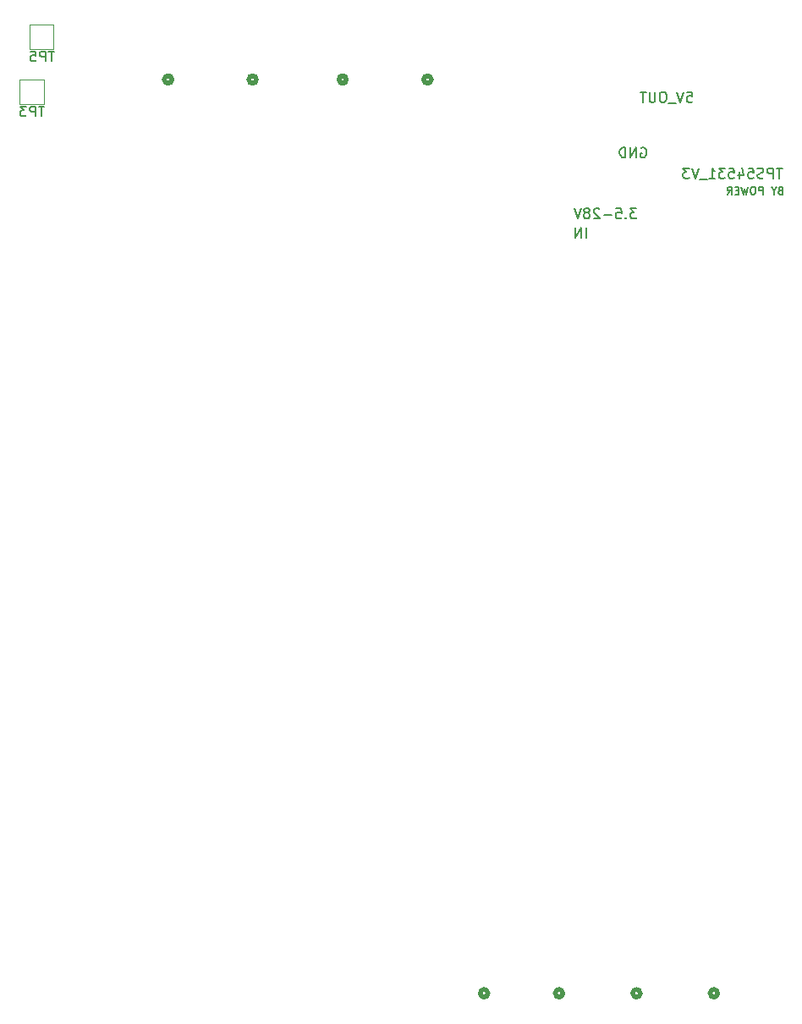
<source format=gbr>
%TF.GenerationSoftware,KiCad,Pcbnew,9.0.3*%
%TF.CreationDate,2025-08-24T22:17:20-04:00*%
%TF.ProjectId,libreboard,6c696272-6562-46f6-9172-642e6b696361,rev?*%
%TF.SameCoordinates,Original*%
%TF.FileFunction,Legend,Bot*%
%TF.FilePolarity,Positive*%
%FSLAX46Y46*%
G04 Gerber Fmt 4.6, Leading zero omitted, Abs format (unit mm)*
G04 Created by KiCad (PCBNEW 9.0.3) date 2025-08-24 22:17:20*
%MOMM*%
%LPD*%
G01*
G04 APERTURE LIST*
%ADD10C,0.152400*%
%ADD11C,0.127000*%
%ADD12C,0.150000*%
%ADD13C,0.508000*%
%ADD14C,0.120000*%
G04 APERTURE END LIST*
D10*
X189308319Y-96344565D02*
X188727747Y-96344565D01*
X189018033Y-97360565D02*
X189018033Y-96344565D01*
X188389081Y-97360565D02*
X188389081Y-96344565D01*
X188389081Y-96344565D02*
X188002033Y-96344565D01*
X188002033Y-96344565D02*
X187905271Y-96392946D01*
X187905271Y-96392946D02*
X187856890Y-96441327D01*
X187856890Y-96441327D02*
X187808509Y-96538089D01*
X187808509Y-96538089D02*
X187808509Y-96683232D01*
X187808509Y-96683232D02*
X187856890Y-96779994D01*
X187856890Y-96779994D02*
X187905271Y-96828375D01*
X187905271Y-96828375D02*
X188002033Y-96876756D01*
X188002033Y-96876756D02*
X188389081Y-96876756D01*
X187421462Y-97312185D02*
X187276319Y-97360565D01*
X187276319Y-97360565D02*
X187034414Y-97360565D01*
X187034414Y-97360565D02*
X186937652Y-97312185D01*
X186937652Y-97312185D02*
X186889271Y-97263804D01*
X186889271Y-97263804D02*
X186840890Y-97167042D01*
X186840890Y-97167042D02*
X186840890Y-97070280D01*
X186840890Y-97070280D02*
X186889271Y-96973518D01*
X186889271Y-96973518D02*
X186937652Y-96925137D01*
X186937652Y-96925137D02*
X187034414Y-96876756D01*
X187034414Y-96876756D02*
X187227938Y-96828375D01*
X187227938Y-96828375D02*
X187324700Y-96779994D01*
X187324700Y-96779994D02*
X187373081Y-96731613D01*
X187373081Y-96731613D02*
X187421462Y-96634851D01*
X187421462Y-96634851D02*
X187421462Y-96538089D01*
X187421462Y-96538089D02*
X187373081Y-96441327D01*
X187373081Y-96441327D02*
X187324700Y-96392946D01*
X187324700Y-96392946D02*
X187227938Y-96344565D01*
X187227938Y-96344565D02*
X186986033Y-96344565D01*
X186986033Y-96344565D02*
X186840890Y-96392946D01*
X185921652Y-96344565D02*
X186405462Y-96344565D01*
X186405462Y-96344565D02*
X186453843Y-96828375D01*
X186453843Y-96828375D02*
X186405462Y-96779994D01*
X186405462Y-96779994D02*
X186308700Y-96731613D01*
X186308700Y-96731613D02*
X186066795Y-96731613D01*
X186066795Y-96731613D02*
X185970033Y-96779994D01*
X185970033Y-96779994D02*
X185921652Y-96828375D01*
X185921652Y-96828375D02*
X185873271Y-96925137D01*
X185873271Y-96925137D02*
X185873271Y-97167042D01*
X185873271Y-97167042D02*
X185921652Y-97263804D01*
X185921652Y-97263804D02*
X185970033Y-97312185D01*
X185970033Y-97312185D02*
X186066795Y-97360565D01*
X186066795Y-97360565D02*
X186308700Y-97360565D01*
X186308700Y-97360565D02*
X186405462Y-97312185D01*
X186405462Y-97312185D02*
X186453843Y-97263804D01*
X185002414Y-96683232D02*
X185002414Y-97360565D01*
X185244319Y-96296185D02*
X185486224Y-97021899D01*
X185486224Y-97021899D02*
X184857271Y-97021899D01*
X183986414Y-96344565D02*
X184470224Y-96344565D01*
X184470224Y-96344565D02*
X184518605Y-96828375D01*
X184518605Y-96828375D02*
X184470224Y-96779994D01*
X184470224Y-96779994D02*
X184373462Y-96731613D01*
X184373462Y-96731613D02*
X184131557Y-96731613D01*
X184131557Y-96731613D02*
X184034795Y-96779994D01*
X184034795Y-96779994D02*
X183986414Y-96828375D01*
X183986414Y-96828375D02*
X183938033Y-96925137D01*
X183938033Y-96925137D02*
X183938033Y-97167042D01*
X183938033Y-97167042D02*
X183986414Y-97263804D01*
X183986414Y-97263804D02*
X184034795Y-97312185D01*
X184034795Y-97312185D02*
X184131557Y-97360565D01*
X184131557Y-97360565D02*
X184373462Y-97360565D01*
X184373462Y-97360565D02*
X184470224Y-97312185D01*
X184470224Y-97312185D02*
X184518605Y-97263804D01*
X183599367Y-96344565D02*
X182970414Y-96344565D01*
X182970414Y-96344565D02*
X183309081Y-96731613D01*
X183309081Y-96731613D02*
X183163938Y-96731613D01*
X183163938Y-96731613D02*
X183067176Y-96779994D01*
X183067176Y-96779994D02*
X183018795Y-96828375D01*
X183018795Y-96828375D02*
X182970414Y-96925137D01*
X182970414Y-96925137D02*
X182970414Y-97167042D01*
X182970414Y-97167042D02*
X183018795Y-97263804D01*
X183018795Y-97263804D02*
X183067176Y-97312185D01*
X183067176Y-97312185D02*
X183163938Y-97360565D01*
X183163938Y-97360565D02*
X183454224Y-97360565D01*
X183454224Y-97360565D02*
X183550986Y-97312185D01*
X183550986Y-97312185D02*
X183599367Y-97263804D01*
X182002795Y-97360565D02*
X182583367Y-97360565D01*
X182293081Y-97360565D02*
X182293081Y-96344565D01*
X182293081Y-96344565D02*
X182389843Y-96489708D01*
X182389843Y-96489708D02*
X182486605Y-96586470D01*
X182486605Y-96586470D02*
X182583367Y-96634851D01*
X181809272Y-97457327D02*
X181035176Y-97457327D01*
X180938415Y-96344565D02*
X180599748Y-97360565D01*
X180599748Y-97360565D02*
X180261081Y-96344565D01*
X180019177Y-96344565D02*
X179390224Y-96344565D01*
X179390224Y-96344565D02*
X179728891Y-96731613D01*
X179728891Y-96731613D02*
X179583748Y-96731613D01*
X179583748Y-96731613D02*
X179486986Y-96779994D01*
X179486986Y-96779994D02*
X179438605Y-96828375D01*
X179438605Y-96828375D02*
X179390224Y-96925137D01*
X179390224Y-96925137D02*
X179390224Y-97167042D01*
X179390224Y-97167042D02*
X179438605Y-97263804D01*
X179438605Y-97263804D02*
X179486986Y-97312185D01*
X179486986Y-97312185D02*
X179583748Y-97360565D01*
X179583748Y-97360565D02*
X179874034Y-97360565D01*
X179874034Y-97360565D02*
X179970796Y-97312185D01*
X179970796Y-97312185D02*
X180019177Y-97263804D01*
X175168985Y-94318576D02*
X175265747Y-94270195D01*
X175265747Y-94270195D02*
X175410890Y-94270195D01*
X175410890Y-94270195D02*
X175556033Y-94318576D01*
X175556033Y-94318576D02*
X175652795Y-94415338D01*
X175652795Y-94415338D02*
X175701176Y-94512100D01*
X175701176Y-94512100D02*
X175749557Y-94705624D01*
X175749557Y-94705624D02*
X175749557Y-94850767D01*
X175749557Y-94850767D02*
X175701176Y-95044291D01*
X175701176Y-95044291D02*
X175652795Y-95141053D01*
X175652795Y-95141053D02*
X175556033Y-95237815D01*
X175556033Y-95237815D02*
X175410890Y-95286195D01*
X175410890Y-95286195D02*
X175314128Y-95286195D01*
X175314128Y-95286195D02*
X175168985Y-95237815D01*
X175168985Y-95237815D02*
X175120604Y-95189434D01*
X175120604Y-95189434D02*
X175120604Y-94850767D01*
X175120604Y-94850767D02*
X175314128Y-94850767D01*
X174685176Y-95286195D02*
X174685176Y-94270195D01*
X174685176Y-94270195D02*
X174104604Y-95286195D01*
X174104604Y-95286195D02*
X174104604Y-94270195D01*
X173620795Y-95286195D02*
X173620795Y-94270195D01*
X173620795Y-94270195D02*
X173378890Y-94270195D01*
X173378890Y-94270195D02*
X173233747Y-94318576D01*
X173233747Y-94318576D02*
X173136985Y-94415338D01*
X173136985Y-94415338D02*
X173088604Y-94512100D01*
X173088604Y-94512100D02*
X173040223Y-94705624D01*
X173040223Y-94705624D02*
X173040223Y-94850767D01*
X173040223Y-94850767D02*
X173088604Y-95044291D01*
X173088604Y-95044291D02*
X173136985Y-95141053D01*
X173136985Y-95141053D02*
X173233747Y-95237815D01*
X173233747Y-95237815D02*
X173378890Y-95286195D01*
X173378890Y-95286195D02*
X173620795Y-95286195D01*
D11*
X189116010Y-98571901D02*
X189007153Y-98608187D01*
X189007153Y-98608187D02*
X188970867Y-98644473D01*
X188970867Y-98644473D02*
X188934581Y-98717044D01*
X188934581Y-98717044D02*
X188934581Y-98825901D01*
X188934581Y-98825901D02*
X188970867Y-98898473D01*
X188970867Y-98898473D02*
X189007153Y-98934759D01*
X189007153Y-98934759D02*
X189079724Y-98971044D01*
X189079724Y-98971044D02*
X189370010Y-98971044D01*
X189370010Y-98971044D02*
X189370010Y-98209044D01*
X189370010Y-98209044D02*
X189116010Y-98209044D01*
X189116010Y-98209044D02*
X189043439Y-98245330D01*
X189043439Y-98245330D02*
X189007153Y-98281616D01*
X189007153Y-98281616D02*
X188970867Y-98354187D01*
X188970867Y-98354187D02*
X188970867Y-98426759D01*
X188970867Y-98426759D02*
X189007153Y-98499330D01*
X189007153Y-98499330D02*
X189043439Y-98535616D01*
X189043439Y-98535616D02*
X189116010Y-98571901D01*
X189116010Y-98571901D02*
X189370010Y-98571901D01*
X188462867Y-98608187D02*
X188462867Y-98971044D01*
X188716867Y-98209044D02*
X188462867Y-98608187D01*
X188462867Y-98608187D02*
X188208867Y-98209044D01*
X187374296Y-98971044D02*
X187374296Y-98209044D01*
X187374296Y-98209044D02*
X187084010Y-98209044D01*
X187084010Y-98209044D02*
X187011439Y-98245330D01*
X187011439Y-98245330D02*
X186975153Y-98281616D01*
X186975153Y-98281616D02*
X186938867Y-98354187D01*
X186938867Y-98354187D02*
X186938867Y-98463044D01*
X186938867Y-98463044D02*
X186975153Y-98535616D01*
X186975153Y-98535616D02*
X187011439Y-98571901D01*
X187011439Y-98571901D02*
X187084010Y-98608187D01*
X187084010Y-98608187D02*
X187374296Y-98608187D01*
X186467153Y-98209044D02*
X186322010Y-98209044D01*
X186322010Y-98209044D02*
X186249439Y-98245330D01*
X186249439Y-98245330D02*
X186176867Y-98317901D01*
X186176867Y-98317901D02*
X186140582Y-98463044D01*
X186140582Y-98463044D02*
X186140582Y-98717044D01*
X186140582Y-98717044D02*
X186176867Y-98862187D01*
X186176867Y-98862187D02*
X186249439Y-98934759D01*
X186249439Y-98934759D02*
X186322010Y-98971044D01*
X186322010Y-98971044D02*
X186467153Y-98971044D01*
X186467153Y-98971044D02*
X186539725Y-98934759D01*
X186539725Y-98934759D02*
X186612296Y-98862187D01*
X186612296Y-98862187D02*
X186648582Y-98717044D01*
X186648582Y-98717044D02*
X186648582Y-98463044D01*
X186648582Y-98463044D02*
X186612296Y-98317901D01*
X186612296Y-98317901D02*
X186539725Y-98245330D01*
X186539725Y-98245330D02*
X186467153Y-98209044D01*
X185886581Y-98209044D02*
X185705153Y-98971044D01*
X185705153Y-98971044D02*
X185560010Y-98426759D01*
X185560010Y-98426759D02*
X185414867Y-98971044D01*
X185414867Y-98971044D02*
X185233439Y-98209044D01*
X184943153Y-98571901D02*
X184689153Y-98571901D01*
X184580296Y-98971044D02*
X184943153Y-98971044D01*
X184943153Y-98971044D02*
X184943153Y-98209044D01*
X184943153Y-98209044D02*
X184580296Y-98209044D01*
X183818295Y-98971044D02*
X184072295Y-98608187D01*
X184253724Y-98971044D02*
X184253724Y-98209044D01*
X184253724Y-98209044D02*
X183963438Y-98209044D01*
X183963438Y-98209044D02*
X183890867Y-98245330D01*
X183890867Y-98245330D02*
X183854581Y-98281616D01*
X183854581Y-98281616D02*
X183818295Y-98354187D01*
X183818295Y-98354187D02*
X183818295Y-98463044D01*
X183818295Y-98463044D02*
X183854581Y-98535616D01*
X183854581Y-98535616D02*
X183890867Y-98571901D01*
X183890867Y-98571901D02*
X183963438Y-98608187D01*
X183963438Y-98608187D02*
X184253724Y-98608187D01*
D10*
X174738699Y-100366195D02*
X174109746Y-100366195D01*
X174109746Y-100366195D02*
X174448413Y-100753243D01*
X174448413Y-100753243D02*
X174303270Y-100753243D01*
X174303270Y-100753243D02*
X174206508Y-100801624D01*
X174206508Y-100801624D02*
X174158127Y-100850005D01*
X174158127Y-100850005D02*
X174109746Y-100946767D01*
X174109746Y-100946767D02*
X174109746Y-101188672D01*
X174109746Y-101188672D02*
X174158127Y-101285434D01*
X174158127Y-101285434D02*
X174206508Y-101333815D01*
X174206508Y-101333815D02*
X174303270Y-101382195D01*
X174303270Y-101382195D02*
X174593556Y-101382195D01*
X174593556Y-101382195D02*
X174690318Y-101333815D01*
X174690318Y-101333815D02*
X174738699Y-101285434D01*
X173674318Y-101285434D02*
X173625937Y-101333815D01*
X173625937Y-101333815D02*
X173674318Y-101382195D01*
X173674318Y-101382195D02*
X173722699Y-101333815D01*
X173722699Y-101333815D02*
X173674318Y-101285434D01*
X173674318Y-101285434D02*
X173674318Y-101382195D01*
X172706698Y-100366195D02*
X173190508Y-100366195D01*
X173190508Y-100366195D02*
X173238889Y-100850005D01*
X173238889Y-100850005D02*
X173190508Y-100801624D01*
X173190508Y-100801624D02*
X173093746Y-100753243D01*
X173093746Y-100753243D02*
X172851841Y-100753243D01*
X172851841Y-100753243D02*
X172755079Y-100801624D01*
X172755079Y-100801624D02*
X172706698Y-100850005D01*
X172706698Y-100850005D02*
X172658317Y-100946767D01*
X172658317Y-100946767D02*
X172658317Y-101188672D01*
X172658317Y-101188672D02*
X172706698Y-101285434D01*
X172706698Y-101285434D02*
X172755079Y-101333815D01*
X172755079Y-101333815D02*
X172851841Y-101382195D01*
X172851841Y-101382195D02*
X173093746Y-101382195D01*
X173093746Y-101382195D02*
X173190508Y-101333815D01*
X173190508Y-101333815D02*
X173238889Y-101285434D01*
X172222889Y-100995148D02*
X171448794Y-100995148D01*
X171013365Y-100462957D02*
X170964984Y-100414576D01*
X170964984Y-100414576D02*
X170868222Y-100366195D01*
X170868222Y-100366195D02*
X170626317Y-100366195D01*
X170626317Y-100366195D02*
X170529555Y-100414576D01*
X170529555Y-100414576D02*
X170481174Y-100462957D01*
X170481174Y-100462957D02*
X170432793Y-100559719D01*
X170432793Y-100559719D02*
X170432793Y-100656481D01*
X170432793Y-100656481D02*
X170481174Y-100801624D01*
X170481174Y-100801624D02*
X171061746Y-101382195D01*
X171061746Y-101382195D02*
X170432793Y-101382195D01*
X169852222Y-100801624D02*
X169948984Y-100753243D01*
X169948984Y-100753243D02*
X169997365Y-100704862D01*
X169997365Y-100704862D02*
X170045746Y-100608100D01*
X170045746Y-100608100D02*
X170045746Y-100559719D01*
X170045746Y-100559719D02*
X169997365Y-100462957D01*
X169997365Y-100462957D02*
X169948984Y-100414576D01*
X169948984Y-100414576D02*
X169852222Y-100366195D01*
X169852222Y-100366195D02*
X169658698Y-100366195D01*
X169658698Y-100366195D02*
X169561936Y-100414576D01*
X169561936Y-100414576D02*
X169513555Y-100462957D01*
X169513555Y-100462957D02*
X169465174Y-100559719D01*
X169465174Y-100559719D02*
X169465174Y-100608100D01*
X169465174Y-100608100D02*
X169513555Y-100704862D01*
X169513555Y-100704862D02*
X169561936Y-100753243D01*
X169561936Y-100753243D02*
X169658698Y-100801624D01*
X169658698Y-100801624D02*
X169852222Y-100801624D01*
X169852222Y-100801624D02*
X169948984Y-100850005D01*
X169948984Y-100850005D02*
X169997365Y-100898386D01*
X169997365Y-100898386D02*
X170045746Y-100995148D01*
X170045746Y-100995148D02*
X170045746Y-101188672D01*
X170045746Y-101188672D02*
X169997365Y-101285434D01*
X169997365Y-101285434D02*
X169948984Y-101333815D01*
X169948984Y-101333815D02*
X169852222Y-101382195D01*
X169852222Y-101382195D02*
X169658698Y-101382195D01*
X169658698Y-101382195D02*
X169561936Y-101333815D01*
X169561936Y-101333815D02*
X169513555Y-101285434D01*
X169513555Y-101285434D02*
X169465174Y-101188672D01*
X169465174Y-101188672D02*
X169465174Y-100995148D01*
X169465174Y-100995148D02*
X169513555Y-100898386D01*
X169513555Y-100898386D02*
X169561936Y-100850005D01*
X169561936Y-100850005D02*
X169658698Y-100801624D01*
X169174889Y-100366195D02*
X168836222Y-101382195D01*
X168836222Y-101382195D02*
X168497555Y-100366195D01*
X179794497Y-88724565D02*
X180278307Y-88724565D01*
X180278307Y-88724565D02*
X180326688Y-89208375D01*
X180326688Y-89208375D02*
X180278307Y-89159994D01*
X180278307Y-89159994D02*
X180181545Y-89111613D01*
X180181545Y-89111613D02*
X179939640Y-89111613D01*
X179939640Y-89111613D02*
X179842878Y-89159994D01*
X179842878Y-89159994D02*
X179794497Y-89208375D01*
X179794497Y-89208375D02*
X179746116Y-89305137D01*
X179746116Y-89305137D02*
X179746116Y-89547042D01*
X179746116Y-89547042D02*
X179794497Y-89643804D01*
X179794497Y-89643804D02*
X179842878Y-89692185D01*
X179842878Y-89692185D02*
X179939640Y-89740565D01*
X179939640Y-89740565D02*
X180181545Y-89740565D01*
X180181545Y-89740565D02*
X180278307Y-89692185D01*
X180278307Y-89692185D02*
X180326688Y-89643804D01*
X179455831Y-88724565D02*
X179117164Y-89740565D01*
X179117164Y-89740565D02*
X178778497Y-88724565D01*
X178681736Y-89837327D02*
X177907640Y-89837327D01*
X177472212Y-88724565D02*
X177278688Y-88724565D01*
X177278688Y-88724565D02*
X177181926Y-88772946D01*
X177181926Y-88772946D02*
X177085164Y-88869708D01*
X177085164Y-88869708D02*
X177036783Y-89063232D01*
X177036783Y-89063232D02*
X177036783Y-89401899D01*
X177036783Y-89401899D02*
X177085164Y-89595423D01*
X177085164Y-89595423D02*
X177181926Y-89692185D01*
X177181926Y-89692185D02*
X177278688Y-89740565D01*
X177278688Y-89740565D02*
X177472212Y-89740565D01*
X177472212Y-89740565D02*
X177568974Y-89692185D01*
X177568974Y-89692185D02*
X177665736Y-89595423D01*
X177665736Y-89595423D02*
X177714117Y-89401899D01*
X177714117Y-89401899D02*
X177714117Y-89063232D01*
X177714117Y-89063232D02*
X177665736Y-88869708D01*
X177665736Y-88869708D02*
X177568974Y-88772946D01*
X177568974Y-88772946D02*
X177472212Y-88724565D01*
X176601355Y-88724565D02*
X176601355Y-89547042D01*
X176601355Y-89547042D02*
X176552974Y-89643804D01*
X176552974Y-89643804D02*
X176504593Y-89692185D01*
X176504593Y-89692185D02*
X176407831Y-89740565D01*
X176407831Y-89740565D02*
X176214307Y-89740565D01*
X176214307Y-89740565D02*
X176117545Y-89692185D01*
X176117545Y-89692185D02*
X176069164Y-89643804D01*
X176069164Y-89643804D02*
X176020783Y-89547042D01*
X176020783Y-89547042D02*
X176020783Y-88724565D01*
X175682117Y-88724565D02*
X175101545Y-88724565D01*
X175391831Y-89740565D02*
X175391831Y-88724565D01*
X169707080Y-103287195D02*
X169707080Y-102271195D01*
X169223270Y-103287195D02*
X169223270Y-102271195D01*
X169223270Y-102271195D02*
X168642698Y-103287195D01*
X168642698Y-103287195D02*
X168642698Y-102271195D01*
D12*
X115464504Y-90156919D02*
X114893076Y-90156919D01*
X115178790Y-91156919D02*
X115178790Y-90156919D01*
X114559742Y-91156919D02*
X114559742Y-90156919D01*
X114559742Y-90156919D02*
X114178790Y-90156919D01*
X114178790Y-90156919D02*
X114083552Y-90204538D01*
X114083552Y-90204538D02*
X114035933Y-90252157D01*
X114035933Y-90252157D02*
X113988314Y-90347395D01*
X113988314Y-90347395D02*
X113988314Y-90490252D01*
X113988314Y-90490252D02*
X114035933Y-90585490D01*
X114035933Y-90585490D02*
X114083552Y-90633109D01*
X114083552Y-90633109D02*
X114178790Y-90680728D01*
X114178790Y-90680728D02*
X114559742Y-90680728D01*
X113654980Y-90156919D02*
X113035933Y-90156919D01*
X113035933Y-90156919D02*
X113369266Y-90537871D01*
X113369266Y-90537871D02*
X113226409Y-90537871D01*
X113226409Y-90537871D02*
X113131171Y-90585490D01*
X113131171Y-90585490D02*
X113083552Y-90633109D01*
X113083552Y-90633109D02*
X113035933Y-90728347D01*
X113035933Y-90728347D02*
X113035933Y-90966442D01*
X113035933Y-90966442D02*
X113083552Y-91061680D01*
X113083552Y-91061680D02*
X113131171Y-91109300D01*
X113131171Y-91109300D02*
X113226409Y-91156919D01*
X113226409Y-91156919D02*
X113512123Y-91156919D01*
X113512123Y-91156919D02*
X113607361Y-91109300D01*
X113607361Y-91109300D02*
X113654980Y-91061680D01*
X116464504Y-84656919D02*
X115893076Y-84656919D01*
X116178790Y-85656919D02*
X116178790Y-84656919D01*
X115559742Y-85656919D02*
X115559742Y-84656919D01*
X115559742Y-84656919D02*
X115178790Y-84656919D01*
X115178790Y-84656919D02*
X115083552Y-84704538D01*
X115083552Y-84704538D02*
X115035933Y-84752157D01*
X115035933Y-84752157D02*
X114988314Y-84847395D01*
X114988314Y-84847395D02*
X114988314Y-84990252D01*
X114988314Y-84990252D02*
X115035933Y-85085490D01*
X115035933Y-85085490D02*
X115083552Y-85133109D01*
X115083552Y-85133109D02*
X115178790Y-85180728D01*
X115178790Y-85180728D02*
X115559742Y-85180728D01*
X114083552Y-84656919D02*
X114559742Y-84656919D01*
X114559742Y-84656919D02*
X114607361Y-85133109D01*
X114607361Y-85133109D02*
X114559742Y-85085490D01*
X114559742Y-85085490D02*
X114464504Y-85037871D01*
X114464504Y-85037871D02*
X114226409Y-85037871D01*
X114226409Y-85037871D02*
X114131171Y-85085490D01*
X114131171Y-85085490D02*
X114083552Y-85133109D01*
X114083552Y-85133109D02*
X114035933Y-85228347D01*
X114035933Y-85228347D02*
X114035933Y-85466442D01*
X114035933Y-85466442D02*
X114083552Y-85561680D01*
X114083552Y-85561680D02*
X114131171Y-85609300D01*
X114131171Y-85609300D02*
X114226409Y-85656919D01*
X114226409Y-85656919D02*
X114464504Y-85656919D01*
X114464504Y-85656919D02*
X114559742Y-85609300D01*
X114559742Y-85609300D02*
X114607361Y-85561680D01*
D13*
%TO.C,J53*%
X167359891Y-178896902D02*
G75*
G02*
X166597891Y-178896902I-381000J0D01*
G01*
X166597891Y-178896902D02*
G75*
G02*
X167359891Y-178896902I381000J0D01*
G01*
%TO.C,J54*%
X182859891Y-178896902D02*
G75*
G02*
X182097891Y-178896902I-381000J0D01*
G01*
X182097891Y-178896902D02*
G75*
G02*
X182859891Y-178896902I381000J0D01*
G01*
%TO.C,J52*%
X175109891Y-178896902D02*
G75*
G02*
X174347891Y-178896902I-381000J0D01*
G01*
X174347891Y-178896902D02*
G75*
G02*
X175109891Y-178896902I381000J0D01*
G01*
%TO.C,J6*%
X136691800Y-87481200D02*
G75*
G02*
X135929800Y-87481200I-381000J0D01*
G01*
X135929800Y-87481200D02*
G75*
G02*
X136691800Y-87481200I381000J0D01*
G01*
%TO.C,J51*%
X159859891Y-178896902D02*
G75*
G02*
X159097891Y-178896902I-381000J0D01*
G01*
X159097891Y-178896902D02*
G75*
G02*
X159859891Y-178896902I381000J0D01*
G01*
%TO.C,J10*%
X145705400Y-87481200D02*
G75*
G02*
X144943400Y-87481200I-381000J0D01*
G01*
X144943400Y-87481200D02*
G75*
G02*
X145705400Y-87481200I381000J0D01*
G01*
%TO.C,J17*%
X154191800Y-87481200D02*
G75*
G02*
X153429800Y-87481200I-381000J0D01*
G01*
X153429800Y-87481200D02*
G75*
G02*
X154191800Y-87481200I381000J0D01*
G01*
%TO.C,J1*%
X128232600Y-87481200D02*
G75*
G02*
X127470600Y-87481200I-381000J0D01*
G01*
X127470600Y-87481200D02*
G75*
G02*
X128232600Y-87481200I381000J0D01*
G01*
D14*
%TO.C,TP3*%
X113002600Y-87504100D02*
X115402600Y-87504100D01*
X113002600Y-89904100D02*
X113002600Y-87504100D01*
X115402600Y-87504100D02*
X115402600Y-89904100D01*
X115402600Y-89904100D02*
X113002600Y-89904100D01*
%TO.C,TP5*%
X114002600Y-82004100D02*
X116402600Y-82004100D01*
X114002600Y-84404100D02*
X114002600Y-82004100D01*
X116402600Y-82004100D02*
X116402600Y-84404100D01*
X116402600Y-84404100D02*
X114002600Y-84404100D01*
%TD*%
M02*

</source>
